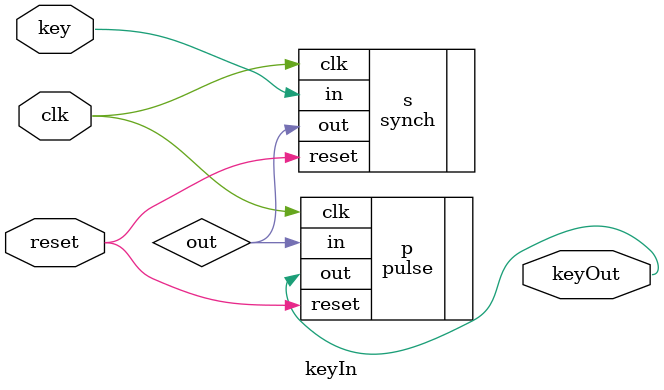
<source format=sv>
module keyIn (
    input logic clk, reset, key,
    output logic keyOut
);

logic out;

synch s (.clk(clk), .reset(reset), .in(key), .out(out));
pulse p (.clk(clk), .reset(reset), .in(out), .out(keyOut));
    
endmodule
</source>
